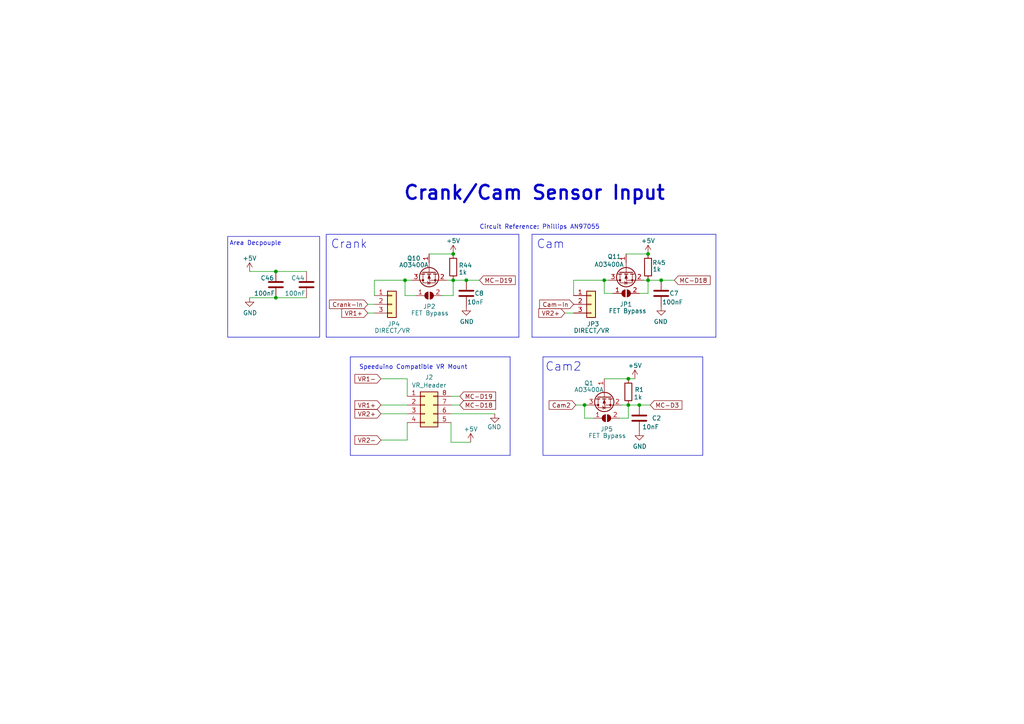
<source format=kicad_sch>
(kicad_sch (version 20250114) (generator "eeschema") (generator_version "9.0")
  (paper "A4")
  (title_block (title "Spark Gap x4") (date "2025-05-18") (rev "C") (company "OpenLogicEFI") (comment 1 "openlogicefi.com"))
  (lib_symbols
    (symbol "Connector_Generic:Conn_01x03" (pin_names (offset 1.016) (hide yes))
      (property "Reference" "J" (at 0 5.08 0))
      (property "Value" "Conn_01x03" (at 0 -5.08 0))
      (symbol "Conn_01x03_1_1"
        (rectangle (start -1.27 3.81) (end 1.27 -3.81) (stroke (width 0.254)) (fill (type background)))
        (rectangle (start -1.27 2.667) (end 0 2.413) (stroke (width 0.1524)))
        (rectangle (start -1.27 0.127) (end 0 -0.127) (stroke (width 0.1524)))
        (rectangle (start -1.27 -2.413) (end 0 -2.667) (stroke (width 0.1524)))
        (pin passive line (at -5.08 2.54 0) (length 3.81) (name "Pin_1") (number "1"))
        (pin passive line (at -5.08 0 0) (length 3.81) (name "Pin_2") (number "2"))
        (pin passive line (at -5.08 -2.54 0) (length 3.81) (name "Pin_3") (number "3"))
      )
    )
    (symbol "Connector_Generic:Conn_02x04_Counter_Clockwise" (pin_names (offset 1.016) (hide yes))
      (property "Reference" "J" (at 1.27 5.08 0))
      (property "Value" "Conn_02x04_Counter_Clockwise" (at 1.27 -7.62 0))
      (symbol "Conn_02x04_Counter_Clockwise_1_1"
        (rectangle (start -1.27 3.81) (end 3.81 -6.35) (stroke (width 0.254)) (fill (type background)))
        (rectangle (start -1.27 2.667) (end 0 2.413) (stroke (width 0.1524)))
        (rectangle (start -1.27 0.127) (end 0 -0.127) (stroke (width 0.1524)))
        (rectangle (start -1.27 -2.413) (end 0 -2.667) (stroke (width 0.1524)))
        (rectangle (start -1.27 -4.953) (end 0 -5.207) (stroke (width 0.1524)))
        (rectangle (start 3.81 2.667) (end 2.54 2.413) (stroke (width 0.1524)))
        (rectangle (start 3.81 0.127) (end 2.54 -0.127) (stroke (width 0.1524)))
        (rectangle (start 3.81 -2.413) (end 2.54 -2.667) (stroke (width 0.1524)))
        (rectangle (start 3.81 -4.953) (end 2.54 -5.207) (stroke (width 0.1524)))
        (pin passive line (at -5.08 2.54 0) (length 3.81) (name "Pin_1") (number "1"))
        (pin passive line (at -5.08 0 0) (length 3.81) (name "Pin_2") (number "2"))
        (pin passive line (at -5.08 -2.54 0) (length 3.81) (name "Pin_3") (number "3"))
        (pin passive line (at -5.08 -5.08 0) (length 3.81) (name "Pin_4") (number "4"))
        (pin passive line (at 7.62 2.54 180) (length 3.81) (name "Pin_8") (number "8"))
        (pin passive line (at 7.62 0 180) (length 3.81) (name "Pin_7") (number "7"))
        (pin passive line (at 7.62 -2.54 180) (length 3.81) (name "Pin_6") (number "6"))
        (pin passive line (at 7.62 -5.08 180) (length 3.81) (name "Pin_5") (number "5"))
      )
    )
    (symbol "Device:C" (pin_numbers (hide yes)) (pin_names (offset 0.254))
      (property "Reference" "C" (at 0.635 2.54 0))
      (property "Value" "C" (at 0.635 -2.54 0))
      (symbol "C_0_1"
        (polyline (pts (xy -2.032 0.762) (xy 2.032 0.762)) (stroke (width 0.508)))
        (polyline (pts (xy -2.032 -0.762) (xy 2.032 -0.762)) (stroke (width 0.508)))
      )
      (symbol "C_1_1"
        (pin passive line (at 0 3.81 270) (length 2.794) (name "~") (number "1"))
        (pin passive line (at 0 -3.81 90) (length 2.794) (name "~") (number "2"))
      )
    )
    (symbol "Device:R" (pin_numbers (hide yes)) (pin_names (offset 0))
      (property "Reference" "R" (at 2.032 0 90))
      (property "Value" "R" (at 0 0 90))
      (symbol "R_0_1"
        (rectangle (start -1.016 -2.54) (end 1.016 2.54) (stroke (width 0.254)))
      )
      (symbol "R_1_1"
        (pin passive line (at 0 3.81 270) (length 1.27) (name "~") (number "1"))
        (pin passive line (at 0 -3.81 90) (length 1.27) (name "~") (number "2"))
      )
    )
    (symbol "Jumper:SolderJumper_2_Open" (pin_names (offset 0) (hide yes))
      (property "Reference" "JP" (at 0 2.032 0))
      (property "Value" "SolderJumper_2_Open" (at 0 -2.54 0))
      (symbol "SolderJumper_2_Open_0_1"
        (polyline (pts (xy -0.254 1.016) (xy -0.254 -1.016)))
        (arc (start -0.254 -1.016) (mid -1.2656 0) (end -0.254 1.016))
        (arc (start -0.254 -1.016) (mid -1.2656 0) (end -0.254 1.016) (fill (type outline)))
        (arc (start 0.254 1.016) (mid 1.2656 0) (end 0.254 -1.016))
        (arc (start 0.254 1.016) (mid 1.2656 0) (end 0.254 -1.016) (fill (type outline)))
        (polyline (pts (xy 0.254 1.016) (xy 0.254 -1.016)))
      )
      (symbol "SolderJumper_2_Open_1_1"
        (pin passive line (at -3.81 0 0) (length 2.54) (name "A") (number "1"))
        (pin passive line (at 3.81 0 180) (length 2.54) (name "B") (number "2"))
      )
    )
    (symbol "Pre_Ignition-cache:AO3400A" (pin_names (hide yes))
      (property "Reference" "Q" (at 5.08 1.905 0))
      (property "Value" "AO3400A" (at 5.08 0 0))
      (symbol "AO3400A_0_1"
        (polyline (pts (xy 0.254 1.905) (xy 0.254 -1.905)) (stroke (width 0.254)))
        (polyline (pts (xy 0.254 0) (xy -2.54 0)))
        (polyline (pts (xy 0.762 2.286) (xy 0.762 1.27)) (stroke (width 0.254)))
        (polyline (pts (xy 0.762 0.508) (xy 0.762 -0.508)) (stroke (width 0.254)))
        (polyline (pts (xy 0.762 -1.27) (xy 0.762 -2.286)) (stroke (width 0.254)))
        (polyline (pts (xy 0.762 -1.778) (xy 3.302 -1.778) (xy 3.302 1.778) (xy 0.762 1.778)))
        (polyline (pts (xy 1.016 0) (xy 2.032 0.381) (xy 2.032 -0.381) (xy 1.016 0)) (fill (type outline)))
        (circle (center 1.651 0) (radius 2.794) (stroke (width 0.254)))
        (polyline (pts (xy 2.54 2.54) (xy 2.54 1.778)))
        (circle (center 2.54 1.778) (radius 0.254) (fill (type outline)))
        (circle (center 2.54 -1.778) (radius 0.254) (fill (type outline)))
        (polyline (pts (xy 2.54 -2.54) (xy 2.54 0) (xy 0.762 0)))
        (polyline (pts (xy 2.794 0.508) (xy 2.921 0.381) (xy 3.683 0.381) (xy 3.81 0.254)))
        (polyline (pts (xy 3.302 0.381) (xy 2.921 -0.254) (xy 3.683 -0.254) (xy 3.302 0.381)))
      )
      (symbol "AO3400A_1_1"
        (pin input line (at -5.08 0 0) (length 2.54) (name "G") (number "1"))
        (pin passive line (at 2.54 5.08 270) (length 2.54) (name "D") (number "3"))
        (pin passive line (at 2.54 -5.08 90) (length 2.54) (name "S") (number "2"))
      )
    )
    (symbol "power:+5V" (power) (pin_names (offset 0))
      (property "Value" "+5V" (at 0 3.556 0))
      (symbol "+5V_0_1"
        (polyline (pts (xy -0.762 1.27) (xy 0 2.54)))
        (polyline (pts (xy 0 2.54) (xy 0.762 1.27)))
        (polyline (pts (xy 0 0) (xy 0 2.54)))
      )
      (symbol "+5V_1_1"
        (pin power_in line (at 0 0 90) (length 0) (hide yes) (name "+5V") (number "1"))
      )
    )
    (symbol "power:GND" (power) (pin_names (offset 0))
      (property "Value" "GND" (at 0 -3.81 0))
      (symbol "GND_0_1"
        (polyline (pts (xy 0 0) (xy 0 -1.27) (xy 1.27 -1.27) (xy 0 -2.54) (xy -1.27 -1.27) (xy 0 -1.27)))
      )
      (symbol "GND_1_1"
        (pin power_in line (at 0 0 270) (length 0) (hide yes) (name "GND") (number "1"))
      )
    )
  )
  (rectangle (start 157.48 103.505) (end 203.835 132.08))
  (rectangle (start 66.04 68.58) (end 92.71 97.79))
  (text "Crank/Cam Sensor Input" (at 116.84 58.42 0) (effects (font (size 4 4) (thickness 0.7) (bold yes)) (justify left bottom)))
  (text "Cam2" (at 158.115 107.95 0) (effects (font (size 2.4892 2.4892)) (justify left bottom)))
  (text "Cam" (at 155.575 72.39 0) (effects (font (size 2.4892 2.4892)) (justify left bottom)))
  (text "Speeduino Compatible VR Mount" (at 104.14 107.315 0) (effects (font (size 1.27 1.27)) (justify left bottom)))
  (text "Area Decpouple" (at 66.548 71.374 0) (effects (font (size 1.27 1.27)) (justify left bottom)))
  (text "Circuit Reference: Phillips AN97055" (at 139.065 66.675 0) (effects (font (size 1.27 1.27)) (justify left bottom)))
  (text "Crank" (at 95.885 72.39 0) (effects (font (size 2.4892 2.4892)) (justify left bottom)))
  (junction (at 187.96 73.66))
  (junction (at 182.245 117.475))
  (junction (at 80.01 86.36))
  (junction (at 169.545 117.475))
  (junction (at 131.445 73.66))
  (junction (at 131.445 81.28))
  (junction (at 185.42 117.475))
  (junction (at 191.77 81.28))
  (junction (at 117.475 81.28))
  (junction (at 80.01 78.74))
  (junction (at 187.96 81.28))
  (junction (at 182.245 109.855))
  (junction (at 175.26 81.28))
  (junction (at 135.255 81.28))
  (wire (pts (xy 117.475 81.28) (xy 117.475 85.725)))
  (wire (pts (xy 175.26 81.28) (xy 175.26 85.09)))
  (wire (pts (xy 108.585 81.28) (xy 108.585 85.725)))
  (wire (pts (xy 80.01 86.36) (xy 88.9 86.36)))
  (wire (pts (xy 130.81 122.555) (xy 130.81 128.27)))
  (wire (pts (xy 131.445 85.725) (xy 128.27 85.725)))
  (wire (pts (xy 180.34 117.475) (xy 182.245 117.475)))
  (wire (pts (xy 169.545 121.285) (xy 169.545 117.475)))
  (wire (pts (xy 106.68 88.265) (xy 108.585 88.265)))
  (wire (pts (xy 118.11 114.935) (xy 118.11 109.855)))
  (wire (pts (xy 110.49 120.015) (xy 118.11 120.015)))
  (polyline (pts (xy 150.495 97.79) (xy 94.615 97.79)))
  (wire (pts (xy 187.96 85.09) (xy 187.96 81.28)))
  (wire (pts (xy 131.445 81.28) (xy 129.54 81.28)))
  (polyline (pts (xy 207.645 97.79) (xy 154.305 97.79)))
  (wire (pts (xy 80.01 78.74) (xy 88.9 78.74)))
  (wire (pts (xy 191.77 81.28) (xy 195.58 81.28)))
  (wire (pts (xy 185.42 85.09) (xy 187.96 85.09)))
  (wire (pts (xy 131.445 81.28) (xy 131.445 85.725)))
  (wire (pts (xy 182.245 121.285) (xy 179.705 121.285)))
  (wire (pts (xy 166.37 81.28) (xy 175.26 81.28)))
  (wire (pts (xy 187.96 81.28) (xy 191.77 81.28)))
  (wire (pts (xy 106.68 90.805) (xy 108.585 90.805)))
  (polyline (pts (xy 154.305 97.79) (xy 154.305 67.945)))
  (wire (pts (xy 131.445 73.66) (xy 124.46 73.66)))
  (wire (pts (xy 143.51 120.015) (xy 130.81 120.015)))
  (wire (pts (xy 166.37 85.725) (xy 166.37 81.28)))
  (wire (pts (xy 181.61 73.66) (xy 187.96 73.66)))
  (wire (pts (xy 176.53 81.28) (xy 175.26 81.28)))
  (polyline (pts (xy 94.615 67.945) (xy 150.495 67.945)))
  (wire (pts (xy 133.35 114.935) (xy 130.81 114.935)))
  (wire (pts (xy 110.49 127.635) (xy 118.11 127.635)))
  (wire (pts (xy 108.585 81.28) (xy 117.475 81.28)))
  (wire (pts (xy 131.445 81.28) (xy 135.255 81.28)))
  (wire (pts (xy 182.245 117.475) (xy 185.42 117.475)))
  (wire (pts (xy 135.255 81.28) (xy 139.065 81.28)))
  (polyline (pts (xy 147.955 103.505) (xy 147.955 132.08)))
  (wire (pts (xy 182.245 109.855) (xy 175.26 109.855)))
  (wire (pts (xy 187.96 81.28) (xy 186.69 81.28)))
  (polyline (pts (xy 150.495 67.945) (xy 150.495 97.79)))
  (wire (pts (xy 117.475 85.725) (xy 120.65 85.725)))
  (wire (pts (xy 163.83 90.805) (xy 166.37 90.805)))
  (wire (pts (xy 130.81 117.475) (xy 133.35 117.475)))
  (wire (pts (xy 175.26 85.09) (xy 177.8 85.09)))
  (wire (pts (xy 182.245 109.855) (xy 184.15 109.855)))
  (polyline (pts (xy 154.305 67.945) (xy 207.645 67.945)))
  (wire (pts (xy 72.39 78.74) (xy 80.01 78.74)))
  (wire (pts (xy 130.81 128.27) (xy 136.525 128.27)))
  (wire (pts (xy 169.545 121.285) (xy 172.085 121.285)))
  (polyline (pts (xy 207.645 67.945) (xy 207.645 97.79)))
  (wire (pts (xy 110.49 117.475) (xy 118.11 117.475)))
  (wire (pts (xy 169.545 117.475) (xy 170.18 117.475)))
  (polyline (pts (xy 101.6 103.505) (xy 147.955 103.505)))
  (wire (pts (xy 185.42 117.475) (xy 188.595 117.475)))
  (wire (pts (xy 72.39 86.36) (xy 80.01 86.36)))
  (polyline (pts (xy 101.6 132.08) (xy 101.6 103.505)))
  (polyline (pts (xy 94.615 97.79) (xy 94.615 67.945)))
  (wire (pts (xy 110.49 109.855) (xy 118.11 109.855)))
  (wire (pts (xy 118.11 122.555) (xy 118.11 127.635)))
  (wire (pts (xy 167.005 117.475) (xy 169.545 117.475)))
  (wire (pts (xy 117.475 81.28) (xy 119.38 81.28)))
  (polyline (pts (xy 147.955 132.08) (xy 101.6 132.08)))
  (wire (pts (xy 182.245 117.475) (xy 182.245 121.285)))
  (global_label "MC-D19" (shape input) (at 133.35 114.935 0) (property "Intersheetrefs" "${INTERSHEET_REFS}" (effects (hide yes))))
  (global_label "VR1+" (shape input) (at 106.68 90.805 180) (property "Intersheetrefs" "${INTERSHEET_REFS}" (effects (hide yes))))
  (global_label "Cam-In" (shape input) (at 166.37 88.265 180) (property "Intersheetrefs" "${INTERSHEET_REFS}" (effects (hide yes))))
  (global_label "VR2+" (shape input) (at 163.83 90.805 180) (property "Intersheetrefs" "${INTERSHEET_REFS}" (effects (hide yes))))
  (global_label "VR2+" (shape input) (at 110.49 120.015 180) (property "Intersheetrefs" "${INTERSHEET_REFS}" (effects (hide yes))))
  (global_label "VR2-" (shape input) (at 110.49 127.635 180) (property "Intersheetrefs" "${INTERSHEET_REFS}" (effects (hide yes))))
  (global_label "MC-D18" (shape input) (at 133.35 117.475 0) (property "Intersheetrefs" "${INTERSHEET_REFS}" (effects (hide yes))))
  (global_label "MC-D19" (shape input) (at 139.065 81.28 0) (property "Intersheetrefs" "${INTERSHEET_REFS}" (effects (hide yes))))
  (global_label "VR1+" (shape input) (at 110.49 117.475 180) (property "Intersheetrefs" "${INTERSHEET_REFS}" (effects (hide yes))))
  (global_label "MC-D18" (shape input) (at 195.58 81.28 0) (property "Intersheetrefs" "${INTERSHEET_REFS}" (effects (hide yes))))
  (global_label "Crank-In" (shape input) (at 106.68 88.265 180) (property "Intersheetrefs" "${INTERSHEET_REFS}" (effects (hide yes))))
  (global_label "Cam2" (shape input) (at 167.005 117.475 180) (property "Intersheetrefs" "${INTERSHEET_REFS}" (effects (hide yes))))
  (global_label "MC-D3" (shape input) (at 188.595 117.475 0) (property "Intersheetrefs" "${INTERSHEET_REFS}" (effects (hide yes))))
  (global_label "VR1-" (shape input) (at 110.49 109.855 180) (property "Intersheetrefs" "${INTERSHEET_REFS}" (effects (hide yes))))
  (symbol (lib_id "power:GND") (at 143.51 120.015 0) (unit 1)
    (property "Reference" "#PWR019" (effects (hide yes)))
    (property "Value" "GND" (at 145.415 123.825 0) (effects (justify right)))
  )
  (symbol (lib_id "power:+5V") (at 187.96 73.66 0) (mirror y) (unit 1)
    (property "Reference" "#PWR020" (effects (hide yes)))
    (property "Value" "+5V" (at 187.96 69.85 0))
  )
  (symbol (lib_id "Device:C") (at 80.01 82.55 0) (unit 1)
    (property "Reference" "C46" (at 75.565 80.645 0) (effects (justify left)))
    (property "Value" "100nF" (at 73.66 85.09 0) (effects (justify left)))
    (property "Footprint" "Capacitor_SMD:C_0402_1005Metric" (effects (hide yes)))
    (property "LCSC" "C307331" (effects (hide yes)))
    (property "Manufacture Part Number" "CL05B104KB54PNC" (effects (hide yes)))
  )
  (symbol (lib_id "Jumper:SolderJumper_2_Open") (at 175.895 121.285 0) (unit 1) (in_bom no)
    (property "Reference" "JP5" (at 177.8 124.46 0) (effects (justify right)))
    (property "Value" "FET Bypass" (at 181.61 126.365 0) (effects (justify right)))
    (property "Footprint" "Jumper:SolderJumper-2_P1.3mm_Open_RoundedPad1.0x1.5mm" (effects (hide yes)))
  )
  (symbol (lib_id "power:+5V") (at 72.39 78.74 0) (mirror y) (unit 1)
    (property "Reference" "#PWR052" (effects (hide yes)))
    (property "Value" "+5V" (at 72.39 74.93 0))
  )
  (symbol (lib_id "Jumper:SolderJumper_2_Open") (at 181.61 85.09 0) (unit 1) (in_bom no)
    (property "Reference" "JP1" (at 179.705 88.265 0) (effects (justify left)))
    (property "Value" "FET Bypass" (at 176.53 90.17 0) (effects (justify left)))
    (property "Footprint" "Jumper:SolderJumper-2_P1.3mm_Open_RoundedPad1.0x1.5mm" (effects (hide yes)))
  )
  (symbol (lib_id "Connector_Generic:Conn_01x03") (at 171.45 88.265 0) (unit 1) (in_bom no)
    (property "Reference" "JP3" (at 170.18 93.98 0) (effects (justify left)))
    (property "Value" "DIRECT/VR" (at 166.37 95.885 0) (effects (justify left)))
    (property "Footprint" "Detonation:1x03-Proto" (effects (hide yes)))
  )
  (symbol (lib_id "power:GND") (at 72.39 86.36 0) (unit 1)
    (property "Reference" "#PWR064" (effects (hide yes)))
    (property "Value" "GND" (at 72.517 90.7542 0))
  )
  (symbol (lib_id "power:GND") (at 191.77 88.9 0) (mirror y) (unit 1)
    (property "Reference" "#PWR021" (effects (hide yes)))
    (property "Value" "GND" (at 191.643 93.2942 0))
  )
  (symbol (lib_id "power:+5V") (at 136.525 128.27 0) (unit 1)
    (property "Reference" "#PWR018" (effects (hide yes)))
    (property "Value" "+5V" (at 136.525 124.46 0))
  )
  (symbol (lib_id "power:GND") (at 135.255 88.9 0) (unit 1)
    (property "Reference" "#PWR017" (effects (hide yes)))
    (property "Value" "GND" (at 135.382 93.2942 0))
  )
  (symbol (lib_id "Connector_Generic:Conn_01x03") (at 113.665 88.265 0) (unit 1) (in_bom no)
    (property "Reference" "JP4" (at 112.395 93.98 0) (effects (justify left)))
    (property "Value" "DIRECT/VR" (at 108.585 95.885 0) (effects (justify left)))
    (property "Footprint" "Detonation:1x03-Proto" (effects (hide yes)))
  )
  (symbol (lib_id "Device:R") (at 182.245 113.665 0) (unit 1)
    (property "Reference" "R1" (at 185.42 113.03 0))
    (property "Value" "1k" (at 185.039 115.189 0))
    (property "Footprint" "Resistor_SMD:R_0402_1005Metric" (effects (hide yes)))
    (property "LCSC" "C11702" (effects (hide yes)))
    (property "Manufacture Part Number" "0402WGF1001TCE" (effects (hide yes)))
  )
  (symbol (lib_id "Jumper:SolderJumper_2_Open") (at 124.46 85.725 0) (unit 1) (in_bom no)
    (property "Reference" "JP2" (at 126.365 88.9 0) (effects (justify right)))
    (property "Value" "FET Bypass" (at 130.175 90.805 0) (effects (justify right)))
    (property "Footprint" "Jumper:SolderJumper-2_P1.3mm_Open_RoundedPad1.0x1.5mm" (effects (hide yes)))
  )
  (symbol (lib_id "Device:R") (at 131.445 77.47 0) (unit 1)
    (property "Reference" "R44" (at 135.001 76.962 0))
    (property "Value" "1k" (at 134.239 78.994 0))
    (property "Footprint" "Resistor_SMD:R_0402_1005Metric" (effects (hide yes)))
    (property "LCSC" "C11702" (effects (hide yes)))
    (property "Manufacture Part Number" "0402WGF1001TCE" (effects (hide yes)))
  )
  (symbol (lib_id "power:+5V") (at 184.15 109.855 0) (unit 1)
    (property "Reference" "#PWR047" (effects (hide yes)))
    (property "Value" "+5V" (at 184.15 106.045 0))
  )
  (symbol (lib_id "Pre_Ignition-cache:AO3400A") (at 181.61 78.74 90) (mirror x) (unit 1)
    (property "Reference" "Q11" (at 178.181 74.422 90))
    (property "Value" "AO3400A" (at 176.657 76.708 90))
    (property "Footprint" "Package_TO_SOT_SMD:SOT-23" (effects (hide yes)))
    (property "LCSC" "C20917" (effects (hide yes)))
    (property "Manufacture Part Number" "AO3400A" (effects (hide yes)))
  )
  (symbol (lib_id "Pre_Ignition-cache:AO3400A") (at 175.26 114.935 90) (mirror x) (unit 1)
    (property "Reference" "Q1" (at 170.815 111.125 90))
    (property "Value" "AO3400A" (at 170.815 113.03 90))
    (property "Footprint" "Package_TO_SOT_SMD:SOT-23" (effects (hide yes)))
    (property "LCSC" "C20917" (effects (hide yes)))
    (property "Manufacture Part Number" "AO3400A" (effects (hide yes)))
  )
  (symbol (lib_id "Device:R") (at 187.96 77.47 0) (unit 1)
    (property "Reference" "R45" (at 191.135 76.2 0))
    (property "Value" "1k" (at 190.5 78.105 0))
    (property "Footprint" "Resistor_SMD:R_0402_1005Metric" (effects (hide yes)))
    (property "LCSC" "C11702" (effects (hide yes)))
    (property "Manufacture Part Number" "0402WGF1001TCE" (effects (hide yes)))
  )
  (symbol (lib_id "Device:C") (at 135.255 85.09 180) (unit 1)
    (property "Reference" "C8" (at 140.335 85.09 0) (effects (justify left)))
    (property "Value" "10nF" (at 140.335 87.63 0) (effects (justify left)))
    (property "Footprint" "Capacitor_SMD:C_0402_1005Metric" (effects (hide yes)))
    (property "LCSC" "C15195" (effects (hide yes)))
    (property "Manufacture Part Number" "CL05B103KB5NNNC" (effects (hide yes)))
  )
  (symbol (lib_id "Connector_Generic:Conn_02x04_Counter_Clockwise") (at 123.19 117.475 0) (unit 1) (in_bom no)
    (property "Reference" "J2" (at 124.46 109.4232 0))
    (property "Value" "VR_Header" (at 124.46 111.7346 0))
    (property "Footprint" "Detonation:Socket_VRConditioner_Corrected" (effects (hide yes)))
  )
  (symbol (lib_id "Pre_Ignition-cache:AO3400A") (at 124.46 78.74 90) (mirror x) (unit 1)
    (property "Reference" "Q10" (at 120.015 74.93 90))
    (property "Value" "AO3400A" (at 120.015 76.835 90))
    (property "Footprint" "Package_TO_SOT_SMD:SOT-23" (effects (hide yes)))
    (property "LCSC" "C20917" (effects (hide yes)))
    (property "Manufacture Part Number" "AO3400A" (effects (hide yes)))
  )
  (symbol (lib_id "Device:C") (at 88.9 82.55 0) (unit 1)
    (property "Reference" "C44" (at 84.455 80.645 0) (effects (justify left)))
    (property "Value" "100nF" (at 82.55 85.09 0) (effects (justify left)))
    (property "Footprint" "Capacitor_SMD:C_0402_1005Metric" (effects (hide yes)))
    (property "LCSC" "C307331" (effects (hide yes)))
    (property "Manufacture Part Number" "CL05B104KB54PNC" (effects (hide yes)))
  )
  (symbol (lib_id "Device:C") (at 185.42 121.285 180) (unit 1)
    (property "Reference" "C2" (at 191.77 121.285 0) (effects (justify left)))
    (property "Value" "10nF" (at 191.135 123.825 0) (effects (justify left)))
    (property "Footprint" "Capacitor_SMD:C_0402_1005Metric" (effects (hide yes)))
    (property "LCSC" "C15195" (effects (hide yes)))
    (property "Manufacture Part Number" "CL05B103KB5NNNC" (effects (hide yes)))
  )
  (symbol (lib_id "power:GND") (at 185.42 125.095 0) (unit 1)
    (property "Reference" "#PWR051" (effects (hide yes)))
    (property "Value" "GND" (at 185.547 129.4892 0))
  )
  (symbol (lib_id "power:+5V") (at 131.445 73.66 0) (unit 1)
    (property "Reference" "#PWR014" (effects (hide yes)))
    (property "Value" "+5V" (at 131.445 69.85 0))
  )
  (symbol (lib_id "Device:C") (at 191.77 85.09 180) (unit 1)
    (property "Reference" "C7" (at 196.85 85.09 0) (effects (justify left)))
    (property "Value" "100nF" (at 198.12 87.63 0) (effects (justify left)))
    (property "Footprint" "Capacitor_SMD:C_0402_1005Metric" (effects (hide yes)))
    (property "LCSC" "C307331" (effects (hide yes)))
    (property "Manufacture Part Number" "CL05B104KB54PNC" (effects (hide yes)))
  )
)
</source>
